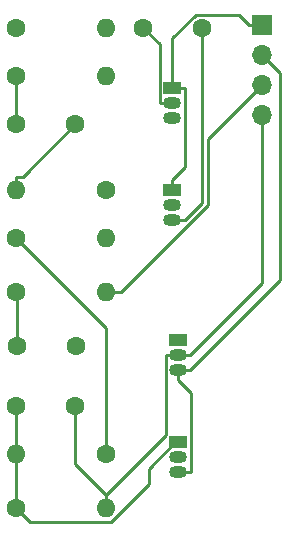
<source format=gbr>
G04 #@! TF.GenerationSoftware,KiCad,Pcbnew,(5.0.1)-3*
G04 #@! TF.CreationDate,2018-11-23T20:27:27-05:00*
G04 #@! TF.ProjectId,OdysseyDaughterCardFlipFlop,4F647973736579446175676874657243,1.0*
G04 #@! TF.SameCoordinates,Original*
G04 #@! TF.FileFunction,Copper,L1,Top,Signal*
G04 #@! TF.FilePolarity,Positive*
%FSLAX46Y46*%
G04 Gerber Fmt 4.6, Leading zero omitted, Abs format (unit mm)*
G04 Created by KiCad (PCBNEW (5.0.1)-3) date 11/23/2018 8:27:27 PM*
%MOMM*%
%LPD*%
G01*
G04 APERTURE LIST*
G04 #@! TA.AperFunction,ComponentPad*
%ADD10C,1.600000*%
G04 #@! TD*
G04 #@! TA.AperFunction,ComponentPad*
%ADD11O,1.500000X1.050000*%
G04 #@! TD*
G04 #@! TA.AperFunction,ComponentPad*
%ADD12R,1.500000X1.050000*%
G04 #@! TD*
G04 #@! TA.AperFunction,ComponentPad*
%ADD13O,1.600000X1.600000*%
G04 #@! TD*
G04 #@! TA.AperFunction,ComponentPad*
%ADD14R,1.700000X1.700000*%
G04 #@! TD*
G04 #@! TA.AperFunction,ComponentPad*
%ADD15O,1.700000X1.700000*%
G04 #@! TD*
G04 #@! TA.AperFunction,Conductor*
%ADD16C,0.250000*%
G04 #@! TD*
G04 APERTURE END LIST*
D10*
G04 #@! TO.P,C1,2*
G04 #@! TO.N,/Card7*
X142160000Y-88900000D03*
G04 #@! TO.P,C1,1*
G04 #@! TO.N,Net-(C1-Pad1)*
X137160000Y-88900000D03*
G04 #@! TD*
G04 #@! TO.P,C2,2*
G04 #@! TO.N,Net-(C2-Pad2)*
X147908000Y-80772000D03*
G04 #@! TO.P,C2,1*
G04 #@! TO.N,/Card8*
X152908000Y-80772000D03*
G04 #@! TD*
G04 #@! TO.P,C3,1*
G04 #@! TO.N,/Card5*
X142240000Y-107696000D03*
G04 #@! TO.P,C3,2*
G04 #@! TO.N,/Card1*
X137240000Y-107696000D03*
G04 #@! TD*
G04 #@! TO.P,C4,1*
G04 #@! TO.N,/Card2*
X137160000Y-112776000D03*
G04 #@! TO.P,C4,2*
G04 #@! TO.N,/Card3*
X142160000Y-112776000D03*
G04 #@! TD*
D11*
G04 #@! TO.P,Q1,2*
G04 #@! TO.N,Net-(C2-Pad2)*
X150368000Y-87122000D03*
G04 #@! TO.P,Q1,3*
G04 #@! TO.N,/Card7*
X150368000Y-88392000D03*
D12*
G04 #@! TO.P,Q1,1*
G04 #@! TO.N,/Card10*
X150368000Y-85852000D03*
G04 #@! TD*
G04 #@! TO.P,Q2,1*
G04 #@! TO.N,/Card10*
X150368000Y-94488000D03*
D11*
G04 #@! TO.P,Q2,3*
G04 #@! TO.N,/Card8*
X150368000Y-97028000D03*
G04 #@! TO.P,Q2,2*
G04 #@! TO.N,Net-(C1-Pad1)*
X150368000Y-95758000D03*
G04 #@! TD*
G04 #@! TO.P,Q3,2*
G04 #@! TO.N,/Card3*
X150876000Y-108458000D03*
G04 #@! TO.P,Q3,3*
G04 #@! TO.N,GND*
X150876000Y-109728000D03*
D12*
G04 #@! TO.P,Q3,1*
G04 #@! TO.N,/Card1*
X150876000Y-107188000D03*
G04 #@! TD*
G04 #@! TO.P,Q4,1*
G04 #@! TO.N,/Card2*
X150876000Y-115824000D03*
D11*
G04 #@! TO.P,Q4,3*
G04 #@! TO.N,GND*
X150876000Y-118364000D03*
G04 #@! TO.P,Q4,2*
G04 #@! TO.N,/Card5*
X150876000Y-117094000D03*
G04 #@! TD*
D10*
G04 #@! TO.P,R1,1*
G04 #@! TO.N,Net-(C1-Pad1)*
X137160000Y-84836000D03*
D13*
G04 #@! TO.P,R1,2*
G04 #@! TO.N,/Card7*
X144780000Y-84836000D03*
G04 #@! TD*
G04 #@! TO.P,R2,2*
G04 #@! TO.N,Net-(C2-Pad2)*
X144780000Y-80772000D03*
D10*
G04 #@! TO.P,R2,1*
G04 #@! TO.N,/Card8*
X137160000Y-80772000D03*
G04 #@! TD*
D13*
G04 #@! TO.P,R3,2*
G04 #@! TO.N,/Card7*
X137160000Y-94488000D03*
D10*
G04 #@! TO.P,R3,1*
G04 #@! TO.N,/Card1*
X144780000Y-94488000D03*
G04 #@! TD*
D13*
G04 #@! TO.P,R4,2*
G04 #@! TO.N,/Card3*
X144780000Y-121412000D03*
D10*
G04 #@! TO.P,R4,1*
G04 #@! TO.N,/Card2*
X137160000Y-121412000D03*
G04 #@! TD*
G04 #@! TO.P,R5,1*
G04 #@! TO.N,/Card1*
X137160000Y-103124000D03*
D13*
G04 #@! TO.P,R5,2*
G04 #@! TO.N,/Card5*
X144780000Y-103124000D03*
G04 #@! TD*
D10*
G04 #@! TO.P,R6,1*
G04 #@! TO.N,/Card6*
X137160000Y-98552000D03*
D13*
G04 #@! TO.P,R6,2*
G04 #@! TO.N,/Card8*
X144780000Y-98552000D03*
G04 #@! TD*
D10*
G04 #@! TO.P,R7,1*
G04 #@! TO.N,/Card6*
X144780000Y-116840000D03*
D13*
G04 #@! TO.P,R7,2*
G04 #@! TO.N,/Card2*
X137160000Y-116840000D03*
G04 #@! TD*
D14*
G04 #@! TO.P,J1,1*
G04 #@! TO.N,/Card10*
X157988000Y-80518000D03*
D15*
G04 #@! TO.P,J1,2*
G04 #@! TO.N,GND*
X157988000Y-83058000D03*
G04 #@! TO.P,J1,3*
G04 #@! TO.N,/Card5*
X157988000Y-85598000D03*
G04 #@! TO.P,J1,4*
G04 #@! TO.N,/Card3*
X157988000Y-88138000D03*
G04 #@! TD*
D16*
G04 #@! TO.N,/Card7*
X137697300Y-93362700D02*
X142160000Y-88900000D01*
X137160000Y-93362700D02*
X137697300Y-93362700D01*
X137160000Y-94488000D02*
X137160000Y-93362700D01*
G04 #@! TO.N,Net-(C1-Pad1)*
X137160000Y-84836000D02*
X137160000Y-88900000D01*
G04 #@! TO.N,Net-(C2-Pad2)*
X149292700Y-82156700D02*
X147908000Y-80772000D01*
X149292700Y-87122000D02*
X149292700Y-82156700D01*
X150368000Y-87122000D02*
X149292700Y-87122000D01*
G04 #@! TO.N,/Card8*
X150368000Y-97028000D02*
X151443300Y-97028000D01*
X152908000Y-95563300D02*
X152908000Y-80772000D01*
X151443300Y-97028000D02*
X152908000Y-95563300D01*
G04 #@! TO.N,/Card5*
X145911370Y-103124000D02*
X144780000Y-103124000D01*
X145983710Y-103124000D02*
X145911370Y-103124000D01*
X153358009Y-95749701D02*
X145983710Y-103124000D01*
X153358010Y-90227990D02*
X153358009Y-95749701D01*
X157988000Y-85598000D02*
X153358010Y-90227990D01*
G04 #@! TO.N,/Card1*
X137240000Y-103204000D02*
X137240000Y-107696000D01*
X137160000Y-103124000D02*
X137240000Y-103204000D01*
G04 #@! TO.N,/Card2*
X137160000Y-116840000D02*
X137160000Y-112776000D01*
X137160000Y-116840000D02*
X137160000Y-121412000D01*
X150631500Y-115824000D02*
X150876000Y-115824000D01*
X148364900Y-118090600D02*
X150631500Y-115824000D01*
X148364900Y-119428500D02*
X148364900Y-118090600D01*
X145199900Y-122593500D02*
X148364900Y-119428500D01*
X138341500Y-122593500D02*
X145199900Y-122593500D01*
X137160000Y-121412000D02*
X138341500Y-122593500D01*
G04 #@! TO.N,/Card3*
X142160000Y-117666700D02*
X142160000Y-112776000D01*
X144780000Y-120286700D02*
X142160000Y-117666700D01*
X144780000Y-121412000D02*
X144780000Y-120286700D01*
X149800700Y-115266000D02*
X144780000Y-120286700D01*
X149800700Y-108458000D02*
X149800700Y-115266000D01*
X150876000Y-108458000D02*
X149800700Y-108458000D01*
X151876000Y-108458000D02*
X150876000Y-108458000D01*
X157988000Y-102346000D02*
X151876000Y-108458000D01*
X157988000Y-88138000D02*
X157988000Y-102346000D01*
G04 #@! TO.N,/Card10*
X151443300Y-92562400D02*
X151443300Y-85852000D01*
X150368000Y-93637700D02*
X151443300Y-92562400D01*
X150368000Y-94488000D02*
X150368000Y-93637700D01*
X150368000Y-85852000D02*
X151443300Y-85852000D01*
X150368000Y-85077000D02*
X150368000Y-85852000D01*
X150368000Y-81646998D02*
X150368000Y-85077000D01*
X152367999Y-79646999D02*
X150368000Y-81646998D01*
X156016999Y-79646999D02*
X152367999Y-79646999D01*
X156888000Y-80518000D02*
X156016999Y-79646999D01*
X157988000Y-80518000D02*
X156888000Y-80518000D01*
G04 #@! TO.N,GND*
X151951300Y-111653600D02*
X150876000Y-110578300D01*
X151951300Y-118364000D02*
X151951300Y-111653600D01*
X150876000Y-118364000D02*
X151951300Y-118364000D01*
X150876000Y-109728000D02*
X150876000Y-110578300D01*
X151876000Y-109728000D02*
X150876000Y-109728000D01*
X159512000Y-102092000D02*
X151876000Y-109728000D01*
X157988000Y-83058000D02*
X159512000Y-84582000D01*
X159512000Y-84582000D02*
X159512000Y-102092000D01*
G04 #@! TO.N,/Card6*
X144780000Y-106172000D02*
X137160000Y-98552000D01*
X144780000Y-116840000D02*
X144780000Y-106172000D01*
G04 #@! TD*
M02*

</source>
